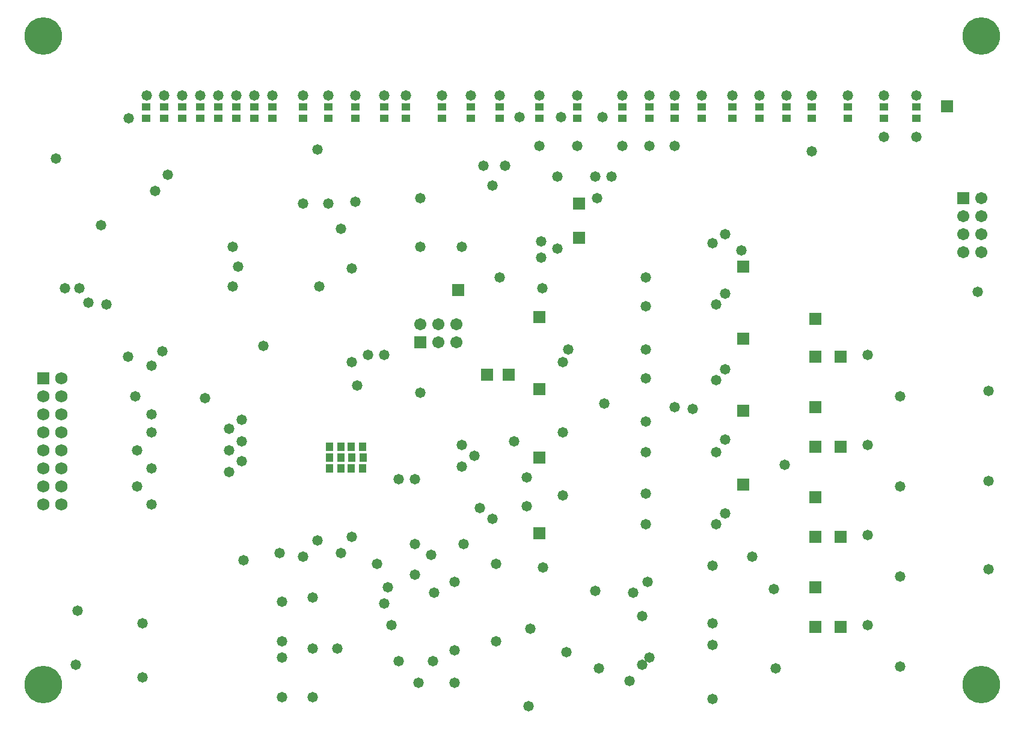
<source format=gbs>
G04*
G04 #@! TF.GenerationSoftware,Altium Limited,Altium Designer,22.3.1 (43)*
G04*
G04 Layer_Color=16711935*
%FSLAX25Y25*%
%MOIN*%
G70*
G04*
G04 #@! TF.SameCoordinates,D3354991-DD5C-4E6D-8F59-54D9BE61E837*
G04*
G04*
G04 #@! TF.FilePolarity,Negative*
G04*
G01*
G75*
%ADD29R,0.04540X0.03950*%
%ADD31R,0.03950X0.04540*%
%ADD41C,0.20800*%
%ADD42R,0.06706X0.06706*%
%ADD43C,0.06800*%
%ADD44R,0.06800X0.06800*%
%ADD45C,0.06706*%
%ADD46R,0.06706X0.06706*%
%ADD47C,0.05800*%
D29*
X486000Y334350D02*
D03*
Y340650D02*
D03*
X504000D02*
D03*
Y334350D02*
D03*
X466000Y340650D02*
D03*
Y334350D02*
D03*
X446000Y340650D02*
D03*
Y334350D02*
D03*
X417000Y340650D02*
D03*
Y334350D02*
D03*
X402000Y340650D02*
D03*
Y334350D02*
D03*
X432000Y340650D02*
D03*
Y334350D02*
D03*
X385000Y340650D02*
D03*
Y334350D02*
D03*
X370000Y340650D02*
D03*
Y334350D02*
D03*
X356000Y340650D02*
D03*
Y334350D02*
D03*
X341000Y340650D02*
D03*
Y334350D02*
D03*
X316000Y340650D02*
D03*
Y334350D02*
D03*
X295000Y340650D02*
D03*
Y334350D02*
D03*
X257000D02*
D03*
Y340650D02*
D03*
X273000Y334350D02*
D03*
Y340650D02*
D03*
X241000Y334350D02*
D03*
Y340650D02*
D03*
X209000Y334350D02*
D03*
Y340650D02*
D03*
X221000Y334350D02*
D03*
Y340650D02*
D03*
X193000Y334350D02*
D03*
Y340650D02*
D03*
X178000Y334350D02*
D03*
Y340650D02*
D03*
X164000Y334350D02*
D03*
Y340650D02*
D03*
X147000Y334350D02*
D03*
Y340650D02*
D03*
X137000Y334350D02*
D03*
Y340650D02*
D03*
X127000Y334350D02*
D03*
Y340650D02*
D03*
X117000Y334350D02*
D03*
Y340650D02*
D03*
X107000Y334350D02*
D03*
Y340650D02*
D03*
X97000Y334350D02*
D03*
Y340650D02*
D03*
X87000Y334350D02*
D03*
Y340650D02*
D03*
X77000Y334350D02*
D03*
Y340650D02*
D03*
D31*
X197299Y146000D02*
D03*
X191000D02*
D03*
X197150Y152000D02*
D03*
X190850D02*
D03*
X178701Y146000D02*
D03*
X185000D02*
D03*
X178850Y152000D02*
D03*
X185150D02*
D03*
X197150Y140000D02*
D03*
X190850D02*
D03*
X178850Y140000D02*
D03*
X185150D02*
D03*
D41*
X20000Y380000D02*
D03*
X540000Y20000D02*
D03*
X20000D02*
D03*
X540000Y380000D02*
D03*
D42*
X408000Y212000D02*
D03*
X229000Y210000D02*
D03*
X317000Y268000D02*
D03*
X462000Y152000D02*
D03*
X521000Y341000D02*
D03*
X295000Y224000D02*
D03*
X250000Y239000D02*
D03*
X448000Y152000D02*
D03*
X462000Y202000D02*
D03*
X448000Y102000D02*
D03*
X266000Y192000D02*
D03*
X448000Y52000D02*
D03*
X317000Y287000D02*
D03*
X278000Y192000D02*
D03*
X448000Y124000D02*
D03*
X295000Y184000D02*
D03*
X448000Y223000D02*
D03*
X462000Y52000D02*
D03*
Y102000D02*
D03*
X408000Y172000D02*
D03*
X448000Y174000D02*
D03*
X408000Y131000D02*
D03*
X448000Y74000D02*
D03*
X408000Y252000D02*
D03*
X295000Y104000D02*
D03*
X448000Y202000D02*
D03*
X295000Y146000D02*
D03*
D43*
X20000Y180000D02*
D03*
X30000Y190000D02*
D03*
X20000Y170000D02*
D03*
Y160000D02*
D03*
Y150000D02*
D03*
Y140000D02*
D03*
Y130000D02*
D03*
Y120000D02*
D03*
X30000Y180000D02*
D03*
Y170000D02*
D03*
Y160000D02*
D03*
Y150000D02*
D03*
Y140000D02*
D03*
Y130000D02*
D03*
Y120000D02*
D03*
D44*
X20000Y190000D02*
D03*
D45*
X229000Y220000D02*
D03*
X239000Y210000D02*
D03*
Y220000D02*
D03*
X249000Y210000D02*
D03*
Y220000D02*
D03*
X540000Y290000D02*
D03*
X530000Y280000D02*
D03*
X540000D02*
D03*
X530000Y270000D02*
D03*
X540000D02*
D03*
X530000Y260000D02*
D03*
X540000D02*
D03*
D46*
X530000Y290000D02*
D03*
D47*
X151000Y93000D02*
D03*
X211000Y74000D02*
D03*
X209000Y65000D02*
D03*
X213000Y53000D02*
D03*
X271000Y87000D02*
D03*
X331000Y176000D02*
D03*
X380000Y173000D02*
D03*
X413000Y91000D02*
D03*
X347000Y71000D02*
D03*
X370000Y174000D02*
D03*
X308000Y160000D02*
D03*
X281000Y155000D02*
D03*
X308000Y199000D02*
D03*
X248000Y77000D02*
D03*
X296000Y257000D02*
D03*
X229000Y263000D02*
D03*
X391000Y265000D02*
D03*
X398000Y270000D02*
D03*
X407000Y261000D02*
D03*
X252000Y263000D02*
D03*
X296787Y240213D02*
D03*
X296000Y266000D02*
D03*
X356000Y35000D02*
D03*
X226000Y134000D02*
D03*
X217000D02*
D03*
X398000Y237000D02*
D03*
Y195000D02*
D03*
Y156000D02*
D03*
Y115000D02*
D03*
X393000Y109000D02*
D03*
Y149000D02*
D03*
Y189000D02*
D03*
Y231000D02*
D03*
X269000Y112000D02*
D03*
X253000Y98000D02*
D03*
X226000D02*
D03*
X262000Y118000D02*
D03*
X185000Y273000D02*
D03*
X229000Y290000D02*
D03*
X273000Y246000D02*
D03*
X305000Y262000D02*
D03*
Y302000D02*
D03*
X276126Y308215D02*
D03*
X264000Y308000D02*
D03*
X172000Y317000D02*
D03*
X191000Y251000D02*
D03*
X185000Y93000D02*
D03*
X178000Y287000D02*
D03*
X193000Y288000D02*
D03*
X191000Y102000D02*
D03*
X352000Y31000D02*
D03*
X345000Y22000D02*
D03*
X352000Y58000D02*
D03*
X164000Y91000D02*
D03*
X226000Y81000D02*
D03*
X236000Y33000D02*
D03*
X228000Y21000D02*
D03*
X217075Y33000D02*
D03*
X205000Y87000D02*
D03*
X109765Y179235D02*
D03*
X164000Y287000D02*
D03*
X142000Y208000D02*
D03*
X123000Y138000D02*
D03*
X131000Y89000D02*
D03*
X38000Y31000D02*
D03*
X39000Y61000D02*
D03*
X290000Y51000D02*
D03*
X271000Y44000D02*
D03*
X328000Y29000D02*
D03*
X289000Y8000D02*
D03*
X310000Y38000D02*
D03*
X297000Y85000D02*
D03*
X248000Y21000D02*
D03*
Y39000D02*
D03*
X236586Y71000D02*
D03*
X288150Y135150D02*
D03*
X288000Y119000D02*
D03*
X327000Y290000D02*
D03*
X326000Y302000D02*
D03*
X335000D02*
D03*
X446000Y316000D02*
D03*
X431000Y142000D02*
D03*
X311000Y206000D02*
D03*
X308000Y125000D02*
D03*
X370000Y319000D02*
D03*
X355000Y77000D02*
D03*
X356000Y319000D02*
D03*
X252000Y153000D02*
D03*
X341000Y319000D02*
D03*
X259000Y147000D02*
D03*
X316000Y319000D02*
D03*
X252000Y141000D02*
D03*
X295000Y319000D02*
D03*
X486000Y347000D02*
D03*
X425000Y73000D02*
D03*
X426000Y29000D02*
D03*
X326000Y72000D02*
D03*
X391000Y12000D02*
D03*
Y42000D02*
D03*
Y54000D02*
D03*
Y86000D02*
D03*
X169500Y40000D02*
D03*
Y13000D02*
D03*
X152500D02*
D03*
Y35000D02*
D03*
X183000Y40000D02*
D03*
X152500Y66000D02*
D03*
Y44000D02*
D03*
X235000Y92000D02*
D03*
X169500Y68400D02*
D03*
X75000Y54000D02*
D03*
Y24000D02*
D03*
X173000Y241000D02*
D03*
X128000Y252000D02*
D03*
X125000Y263000D02*
D03*
Y241000D02*
D03*
X486000Y324000D02*
D03*
X504000D02*
D03*
X330000Y335000D02*
D03*
X307000D02*
D03*
X284000D02*
D03*
X477000Y203000D02*
D03*
X495000Y180000D02*
D03*
X477000Y153000D02*
D03*
X495000Y130000D02*
D03*
Y30000D02*
D03*
Y80000D02*
D03*
X477000Y103000D02*
D03*
Y53000D02*
D03*
X544000Y183000D02*
D03*
X538000Y238000D02*
D03*
X544000Y133000D02*
D03*
Y84000D02*
D03*
X354000Y109000D02*
D03*
Y126000D02*
D03*
Y149000D02*
D03*
Y166000D02*
D03*
Y230000D02*
D03*
Y190000D02*
D03*
Y206000D02*
D03*
Y246000D02*
D03*
X269000Y297000D02*
D03*
X504000Y347000D02*
D03*
X466000D02*
D03*
X446000D02*
D03*
X432000D02*
D03*
X417000D02*
D03*
X402000D02*
D03*
X385000D02*
D03*
X370000D02*
D03*
X356000D02*
D03*
X341000D02*
D03*
X316000D02*
D03*
X295000D02*
D03*
X273000D02*
D03*
X257000D02*
D03*
X241000D02*
D03*
X193000D02*
D03*
X178000D02*
D03*
X164000D02*
D03*
X221000D02*
D03*
X209000D02*
D03*
X45000Y232000D02*
D03*
X40000Y240000D02*
D03*
X32000D02*
D03*
X82000Y294000D02*
D03*
X89000Y303000D02*
D03*
X55000Y231000D02*
D03*
X67000Y202000D02*
D03*
X72000Y150000D02*
D03*
X86000Y205000D02*
D03*
X80000Y197000D02*
D03*
Y170000D02*
D03*
X71000Y180000D02*
D03*
X52000Y275000D02*
D03*
X27000Y312000D02*
D03*
X67350Y334350D02*
D03*
X130000Y167000D02*
D03*
X80000Y160000D02*
D03*
X123000Y162000D02*
D03*
X130000Y155000D02*
D03*
X80000Y140000D02*
D03*
X123000Y150000D02*
D03*
X72000Y130000D02*
D03*
X80000Y120000D02*
D03*
X130000Y144000D02*
D03*
X209000Y203000D02*
D03*
X191000Y199000D02*
D03*
X194000Y186000D02*
D03*
X229000Y182000D02*
D03*
X200000Y203000D02*
D03*
X172000Y100000D02*
D03*
X147000Y347000D02*
D03*
X137000D02*
D03*
X127000D02*
D03*
X117000D02*
D03*
X107000D02*
D03*
X97000D02*
D03*
X87000D02*
D03*
X77400D02*
D03*
M02*

</source>
